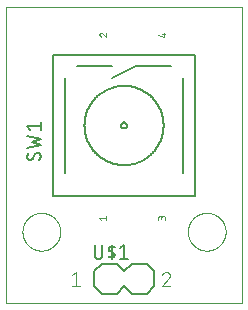
<source format=gto>
G75*
%MOIN*%
%OFA0B0*%
%FSLAX25Y25*%
%IPPOS*%
%LPD*%
%AMOC8*
5,1,8,0,0,1.08239X$1,22.5*
%
%ADD10C,0.00000*%
%ADD11C,0.00600*%
%ADD12C,0.00200*%
%ADD13C,0.00500*%
%ADD14C,0.00400*%
D10*
X0001000Y0001000D02*
X0001000Y0099425D01*
X0079740Y0099425D01*
X0079740Y0001000D01*
X0001000Y0001000D01*
X0006512Y0024622D02*
X0006514Y0024780D01*
X0006520Y0024938D01*
X0006530Y0025096D01*
X0006544Y0025254D01*
X0006562Y0025411D01*
X0006583Y0025568D01*
X0006609Y0025724D01*
X0006639Y0025880D01*
X0006672Y0026035D01*
X0006710Y0026188D01*
X0006751Y0026341D01*
X0006796Y0026493D01*
X0006845Y0026644D01*
X0006898Y0026793D01*
X0006954Y0026941D01*
X0007014Y0027087D01*
X0007078Y0027232D01*
X0007146Y0027375D01*
X0007217Y0027517D01*
X0007291Y0027657D01*
X0007369Y0027794D01*
X0007451Y0027930D01*
X0007535Y0028064D01*
X0007624Y0028195D01*
X0007715Y0028324D01*
X0007810Y0028451D01*
X0007907Y0028576D01*
X0008008Y0028698D01*
X0008112Y0028817D01*
X0008219Y0028934D01*
X0008329Y0029048D01*
X0008442Y0029159D01*
X0008557Y0029268D01*
X0008675Y0029373D01*
X0008796Y0029475D01*
X0008919Y0029575D01*
X0009045Y0029671D01*
X0009173Y0029764D01*
X0009303Y0029854D01*
X0009436Y0029940D01*
X0009571Y0030024D01*
X0009707Y0030103D01*
X0009846Y0030180D01*
X0009987Y0030252D01*
X0010129Y0030322D01*
X0010273Y0030387D01*
X0010419Y0030449D01*
X0010566Y0030507D01*
X0010715Y0030562D01*
X0010865Y0030613D01*
X0011016Y0030660D01*
X0011168Y0030703D01*
X0011321Y0030742D01*
X0011476Y0030778D01*
X0011631Y0030809D01*
X0011787Y0030837D01*
X0011943Y0030861D01*
X0012100Y0030881D01*
X0012258Y0030897D01*
X0012415Y0030909D01*
X0012574Y0030917D01*
X0012732Y0030921D01*
X0012890Y0030921D01*
X0013048Y0030917D01*
X0013207Y0030909D01*
X0013364Y0030897D01*
X0013522Y0030881D01*
X0013679Y0030861D01*
X0013835Y0030837D01*
X0013991Y0030809D01*
X0014146Y0030778D01*
X0014301Y0030742D01*
X0014454Y0030703D01*
X0014606Y0030660D01*
X0014757Y0030613D01*
X0014907Y0030562D01*
X0015056Y0030507D01*
X0015203Y0030449D01*
X0015349Y0030387D01*
X0015493Y0030322D01*
X0015635Y0030252D01*
X0015776Y0030180D01*
X0015915Y0030103D01*
X0016051Y0030024D01*
X0016186Y0029940D01*
X0016319Y0029854D01*
X0016449Y0029764D01*
X0016577Y0029671D01*
X0016703Y0029575D01*
X0016826Y0029475D01*
X0016947Y0029373D01*
X0017065Y0029268D01*
X0017180Y0029159D01*
X0017293Y0029048D01*
X0017403Y0028934D01*
X0017510Y0028817D01*
X0017614Y0028698D01*
X0017715Y0028576D01*
X0017812Y0028451D01*
X0017907Y0028324D01*
X0017998Y0028195D01*
X0018087Y0028064D01*
X0018171Y0027930D01*
X0018253Y0027794D01*
X0018331Y0027657D01*
X0018405Y0027517D01*
X0018476Y0027375D01*
X0018544Y0027232D01*
X0018608Y0027087D01*
X0018668Y0026941D01*
X0018724Y0026793D01*
X0018777Y0026644D01*
X0018826Y0026493D01*
X0018871Y0026341D01*
X0018912Y0026188D01*
X0018950Y0026035D01*
X0018983Y0025880D01*
X0019013Y0025724D01*
X0019039Y0025568D01*
X0019060Y0025411D01*
X0019078Y0025254D01*
X0019092Y0025096D01*
X0019102Y0024938D01*
X0019108Y0024780D01*
X0019110Y0024622D01*
X0019108Y0024464D01*
X0019102Y0024306D01*
X0019092Y0024148D01*
X0019078Y0023990D01*
X0019060Y0023833D01*
X0019039Y0023676D01*
X0019013Y0023520D01*
X0018983Y0023364D01*
X0018950Y0023209D01*
X0018912Y0023056D01*
X0018871Y0022903D01*
X0018826Y0022751D01*
X0018777Y0022600D01*
X0018724Y0022451D01*
X0018668Y0022303D01*
X0018608Y0022157D01*
X0018544Y0022012D01*
X0018476Y0021869D01*
X0018405Y0021727D01*
X0018331Y0021587D01*
X0018253Y0021450D01*
X0018171Y0021314D01*
X0018087Y0021180D01*
X0017998Y0021049D01*
X0017907Y0020920D01*
X0017812Y0020793D01*
X0017715Y0020668D01*
X0017614Y0020546D01*
X0017510Y0020427D01*
X0017403Y0020310D01*
X0017293Y0020196D01*
X0017180Y0020085D01*
X0017065Y0019976D01*
X0016947Y0019871D01*
X0016826Y0019769D01*
X0016703Y0019669D01*
X0016577Y0019573D01*
X0016449Y0019480D01*
X0016319Y0019390D01*
X0016186Y0019304D01*
X0016051Y0019220D01*
X0015915Y0019141D01*
X0015776Y0019064D01*
X0015635Y0018992D01*
X0015493Y0018922D01*
X0015349Y0018857D01*
X0015203Y0018795D01*
X0015056Y0018737D01*
X0014907Y0018682D01*
X0014757Y0018631D01*
X0014606Y0018584D01*
X0014454Y0018541D01*
X0014301Y0018502D01*
X0014146Y0018466D01*
X0013991Y0018435D01*
X0013835Y0018407D01*
X0013679Y0018383D01*
X0013522Y0018363D01*
X0013364Y0018347D01*
X0013207Y0018335D01*
X0013048Y0018327D01*
X0012890Y0018323D01*
X0012732Y0018323D01*
X0012574Y0018327D01*
X0012415Y0018335D01*
X0012258Y0018347D01*
X0012100Y0018363D01*
X0011943Y0018383D01*
X0011787Y0018407D01*
X0011631Y0018435D01*
X0011476Y0018466D01*
X0011321Y0018502D01*
X0011168Y0018541D01*
X0011016Y0018584D01*
X0010865Y0018631D01*
X0010715Y0018682D01*
X0010566Y0018737D01*
X0010419Y0018795D01*
X0010273Y0018857D01*
X0010129Y0018922D01*
X0009987Y0018992D01*
X0009846Y0019064D01*
X0009707Y0019141D01*
X0009571Y0019220D01*
X0009436Y0019304D01*
X0009303Y0019390D01*
X0009173Y0019480D01*
X0009045Y0019573D01*
X0008919Y0019669D01*
X0008796Y0019769D01*
X0008675Y0019871D01*
X0008557Y0019976D01*
X0008442Y0020085D01*
X0008329Y0020196D01*
X0008219Y0020310D01*
X0008112Y0020427D01*
X0008008Y0020546D01*
X0007907Y0020668D01*
X0007810Y0020793D01*
X0007715Y0020920D01*
X0007624Y0021049D01*
X0007535Y0021180D01*
X0007451Y0021314D01*
X0007369Y0021450D01*
X0007291Y0021587D01*
X0007217Y0021727D01*
X0007146Y0021869D01*
X0007078Y0022012D01*
X0007014Y0022157D01*
X0006954Y0022303D01*
X0006898Y0022451D01*
X0006845Y0022600D01*
X0006796Y0022751D01*
X0006751Y0022903D01*
X0006710Y0023056D01*
X0006672Y0023209D01*
X0006639Y0023364D01*
X0006609Y0023520D01*
X0006583Y0023676D01*
X0006562Y0023833D01*
X0006544Y0023990D01*
X0006530Y0024148D01*
X0006520Y0024306D01*
X0006514Y0024464D01*
X0006512Y0024622D01*
X0061630Y0024622D02*
X0061632Y0024780D01*
X0061638Y0024938D01*
X0061648Y0025096D01*
X0061662Y0025254D01*
X0061680Y0025411D01*
X0061701Y0025568D01*
X0061727Y0025724D01*
X0061757Y0025880D01*
X0061790Y0026035D01*
X0061828Y0026188D01*
X0061869Y0026341D01*
X0061914Y0026493D01*
X0061963Y0026644D01*
X0062016Y0026793D01*
X0062072Y0026941D01*
X0062132Y0027087D01*
X0062196Y0027232D01*
X0062264Y0027375D01*
X0062335Y0027517D01*
X0062409Y0027657D01*
X0062487Y0027794D01*
X0062569Y0027930D01*
X0062653Y0028064D01*
X0062742Y0028195D01*
X0062833Y0028324D01*
X0062928Y0028451D01*
X0063025Y0028576D01*
X0063126Y0028698D01*
X0063230Y0028817D01*
X0063337Y0028934D01*
X0063447Y0029048D01*
X0063560Y0029159D01*
X0063675Y0029268D01*
X0063793Y0029373D01*
X0063914Y0029475D01*
X0064037Y0029575D01*
X0064163Y0029671D01*
X0064291Y0029764D01*
X0064421Y0029854D01*
X0064554Y0029940D01*
X0064689Y0030024D01*
X0064825Y0030103D01*
X0064964Y0030180D01*
X0065105Y0030252D01*
X0065247Y0030322D01*
X0065391Y0030387D01*
X0065537Y0030449D01*
X0065684Y0030507D01*
X0065833Y0030562D01*
X0065983Y0030613D01*
X0066134Y0030660D01*
X0066286Y0030703D01*
X0066439Y0030742D01*
X0066594Y0030778D01*
X0066749Y0030809D01*
X0066905Y0030837D01*
X0067061Y0030861D01*
X0067218Y0030881D01*
X0067376Y0030897D01*
X0067533Y0030909D01*
X0067692Y0030917D01*
X0067850Y0030921D01*
X0068008Y0030921D01*
X0068166Y0030917D01*
X0068325Y0030909D01*
X0068482Y0030897D01*
X0068640Y0030881D01*
X0068797Y0030861D01*
X0068953Y0030837D01*
X0069109Y0030809D01*
X0069264Y0030778D01*
X0069419Y0030742D01*
X0069572Y0030703D01*
X0069724Y0030660D01*
X0069875Y0030613D01*
X0070025Y0030562D01*
X0070174Y0030507D01*
X0070321Y0030449D01*
X0070467Y0030387D01*
X0070611Y0030322D01*
X0070753Y0030252D01*
X0070894Y0030180D01*
X0071033Y0030103D01*
X0071169Y0030024D01*
X0071304Y0029940D01*
X0071437Y0029854D01*
X0071567Y0029764D01*
X0071695Y0029671D01*
X0071821Y0029575D01*
X0071944Y0029475D01*
X0072065Y0029373D01*
X0072183Y0029268D01*
X0072298Y0029159D01*
X0072411Y0029048D01*
X0072521Y0028934D01*
X0072628Y0028817D01*
X0072732Y0028698D01*
X0072833Y0028576D01*
X0072930Y0028451D01*
X0073025Y0028324D01*
X0073116Y0028195D01*
X0073205Y0028064D01*
X0073289Y0027930D01*
X0073371Y0027794D01*
X0073449Y0027657D01*
X0073523Y0027517D01*
X0073594Y0027375D01*
X0073662Y0027232D01*
X0073726Y0027087D01*
X0073786Y0026941D01*
X0073842Y0026793D01*
X0073895Y0026644D01*
X0073944Y0026493D01*
X0073989Y0026341D01*
X0074030Y0026188D01*
X0074068Y0026035D01*
X0074101Y0025880D01*
X0074131Y0025724D01*
X0074157Y0025568D01*
X0074178Y0025411D01*
X0074196Y0025254D01*
X0074210Y0025096D01*
X0074220Y0024938D01*
X0074226Y0024780D01*
X0074228Y0024622D01*
X0074226Y0024464D01*
X0074220Y0024306D01*
X0074210Y0024148D01*
X0074196Y0023990D01*
X0074178Y0023833D01*
X0074157Y0023676D01*
X0074131Y0023520D01*
X0074101Y0023364D01*
X0074068Y0023209D01*
X0074030Y0023056D01*
X0073989Y0022903D01*
X0073944Y0022751D01*
X0073895Y0022600D01*
X0073842Y0022451D01*
X0073786Y0022303D01*
X0073726Y0022157D01*
X0073662Y0022012D01*
X0073594Y0021869D01*
X0073523Y0021727D01*
X0073449Y0021587D01*
X0073371Y0021450D01*
X0073289Y0021314D01*
X0073205Y0021180D01*
X0073116Y0021049D01*
X0073025Y0020920D01*
X0072930Y0020793D01*
X0072833Y0020668D01*
X0072732Y0020546D01*
X0072628Y0020427D01*
X0072521Y0020310D01*
X0072411Y0020196D01*
X0072298Y0020085D01*
X0072183Y0019976D01*
X0072065Y0019871D01*
X0071944Y0019769D01*
X0071821Y0019669D01*
X0071695Y0019573D01*
X0071567Y0019480D01*
X0071437Y0019390D01*
X0071304Y0019304D01*
X0071169Y0019220D01*
X0071033Y0019141D01*
X0070894Y0019064D01*
X0070753Y0018992D01*
X0070611Y0018922D01*
X0070467Y0018857D01*
X0070321Y0018795D01*
X0070174Y0018737D01*
X0070025Y0018682D01*
X0069875Y0018631D01*
X0069724Y0018584D01*
X0069572Y0018541D01*
X0069419Y0018502D01*
X0069264Y0018466D01*
X0069109Y0018435D01*
X0068953Y0018407D01*
X0068797Y0018383D01*
X0068640Y0018363D01*
X0068482Y0018347D01*
X0068325Y0018335D01*
X0068166Y0018327D01*
X0068008Y0018323D01*
X0067850Y0018323D01*
X0067692Y0018327D01*
X0067533Y0018335D01*
X0067376Y0018347D01*
X0067218Y0018363D01*
X0067061Y0018383D01*
X0066905Y0018407D01*
X0066749Y0018435D01*
X0066594Y0018466D01*
X0066439Y0018502D01*
X0066286Y0018541D01*
X0066134Y0018584D01*
X0065983Y0018631D01*
X0065833Y0018682D01*
X0065684Y0018737D01*
X0065537Y0018795D01*
X0065391Y0018857D01*
X0065247Y0018922D01*
X0065105Y0018992D01*
X0064964Y0019064D01*
X0064825Y0019141D01*
X0064689Y0019220D01*
X0064554Y0019304D01*
X0064421Y0019390D01*
X0064291Y0019480D01*
X0064163Y0019573D01*
X0064037Y0019669D01*
X0063914Y0019769D01*
X0063793Y0019871D01*
X0063675Y0019976D01*
X0063560Y0020085D01*
X0063447Y0020196D01*
X0063337Y0020310D01*
X0063230Y0020427D01*
X0063126Y0020546D01*
X0063025Y0020668D01*
X0062928Y0020793D01*
X0062833Y0020920D01*
X0062742Y0021049D01*
X0062653Y0021180D01*
X0062569Y0021314D01*
X0062487Y0021450D01*
X0062409Y0021587D01*
X0062335Y0021727D01*
X0062264Y0021869D01*
X0062196Y0022012D01*
X0062132Y0022157D01*
X0062072Y0022303D01*
X0062016Y0022451D01*
X0061963Y0022600D01*
X0061914Y0022751D01*
X0061869Y0022903D01*
X0061828Y0023056D01*
X0061790Y0023209D01*
X0061757Y0023364D01*
X0061727Y0023520D01*
X0061701Y0023676D01*
X0061680Y0023833D01*
X0061662Y0023990D01*
X0061648Y0024148D01*
X0061638Y0024306D01*
X0061632Y0024464D01*
X0061630Y0024622D01*
D11*
X0050370Y0011374D02*
X0050370Y0006374D01*
X0047870Y0003874D01*
X0042870Y0003874D01*
X0040370Y0006374D01*
X0037870Y0003874D01*
X0032870Y0003874D01*
X0030370Y0006374D01*
X0030370Y0011374D01*
X0032870Y0013874D01*
X0037870Y0013874D01*
X0040370Y0011374D01*
X0042870Y0013874D01*
X0047870Y0013874D01*
X0050370Y0011374D01*
X0039370Y0060055D02*
X0039372Y0060118D01*
X0039378Y0060180D01*
X0039388Y0060242D01*
X0039401Y0060304D01*
X0039419Y0060364D01*
X0039440Y0060423D01*
X0039465Y0060481D01*
X0039494Y0060537D01*
X0039526Y0060591D01*
X0039561Y0060643D01*
X0039599Y0060692D01*
X0039641Y0060740D01*
X0039685Y0060784D01*
X0039733Y0060826D01*
X0039782Y0060864D01*
X0039834Y0060899D01*
X0039888Y0060931D01*
X0039944Y0060960D01*
X0040002Y0060985D01*
X0040061Y0061006D01*
X0040121Y0061024D01*
X0040183Y0061037D01*
X0040245Y0061047D01*
X0040307Y0061053D01*
X0040370Y0061055D01*
X0040433Y0061053D01*
X0040495Y0061047D01*
X0040557Y0061037D01*
X0040619Y0061024D01*
X0040679Y0061006D01*
X0040738Y0060985D01*
X0040796Y0060960D01*
X0040852Y0060931D01*
X0040906Y0060899D01*
X0040958Y0060864D01*
X0041007Y0060826D01*
X0041055Y0060784D01*
X0041099Y0060740D01*
X0041141Y0060692D01*
X0041179Y0060643D01*
X0041214Y0060591D01*
X0041246Y0060537D01*
X0041275Y0060481D01*
X0041300Y0060423D01*
X0041321Y0060364D01*
X0041339Y0060304D01*
X0041352Y0060242D01*
X0041362Y0060180D01*
X0041368Y0060118D01*
X0041370Y0060055D01*
X0041368Y0059992D01*
X0041362Y0059930D01*
X0041352Y0059868D01*
X0041339Y0059806D01*
X0041321Y0059746D01*
X0041300Y0059687D01*
X0041275Y0059629D01*
X0041246Y0059573D01*
X0041214Y0059519D01*
X0041179Y0059467D01*
X0041141Y0059418D01*
X0041099Y0059370D01*
X0041055Y0059326D01*
X0041007Y0059284D01*
X0040958Y0059246D01*
X0040906Y0059211D01*
X0040852Y0059179D01*
X0040796Y0059150D01*
X0040738Y0059125D01*
X0040679Y0059104D01*
X0040619Y0059086D01*
X0040557Y0059073D01*
X0040495Y0059063D01*
X0040433Y0059057D01*
X0040370Y0059055D01*
X0040307Y0059057D01*
X0040245Y0059063D01*
X0040183Y0059073D01*
X0040121Y0059086D01*
X0040061Y0059104D01*
X0040002Y0059125D01*
X0039944Y0059150D01*
X0039888Y0059179D01*
X0039834Y0059211D01*
X0039782Y0059246D01*
X0039733Y0059284D01*
X0039685Y0059326D01*
X0039641Y0059370D01*
X0039599Y0059418D01*
X0039561Y0059467D01*
X0039526Y0059519D01*
X0039494Y0059573D01*
X0039465Y0059629D01*
X0039440Y0059687D01*
X0039419Y0059746D01*
X0039401Y0059806D01*
X0039388Y0059868D01*
X0039378Y0059930D01*
X0039372Y0059992D01*
X0039370Y0060055D01*
X0027181Y0060055D02*
X0027185Y0060379D01*
X0027197Y0060702D01*
X0027217Y0061025D01*
X0027245Y0061348D01*
X0027280Y0061669D01*
X0027324Y0061990D01*
X0027375Y0062310D01*
X0027434Y0062628D01*
X0027501Y0062945D01*
X0027576Y0063260D01*
X0027659Y0063573D01*
X0027749Y0063884D01*
X0027847Y0064192D01*
X0027952Y0064498D01*
X0028065Y0064802D01*
X0028185Y0065102D01*
X0028312Y0065400D01*
X0028447Y0065694D01*
X0028589Y0065985D01*
X0028738Y0066272D01*
X0028894Y0066556D01*
X0029057Y0066836D01*
X0029227Y0067111D01*
X0029404Y0067382D01*
X0029587Y0067649D01*
X0029776Y0067912D01*
X0029972Y0068169D01*
X0030175Y0068422D01*
X0030383Y0068670D01*
X0030598Y0068912D01*
X0030818Y0069149D01*
X0031044Y0069381D01*
X0031276Y0069607D01*
X0031513Y0069827D01*
X0031755Y0070042D01*
X0032003Y0070250D01*
X0032256Y0070453D01*
X0032513Y0070649D01*
X0032776Y0070838D01*
X0033043Y0071021D01*
X0033314Y0071198D01*
X0033589Y0071368D01*
X0033869Y0071531D01*
X0034153Y0071687D01*
X0034440Y0071836D01*
X0034731Y0071978D01*
X0035025Y0072113D01*
X0035323Y0072240D01*
X0035623Y0072360D01*
X0035927Y0072473D01*
X0036233Y0072578D01*
X0036541Y0072676D01*
X0036852Y0072766D01*
X0037165Y0072849D01*
X0037480Y0072924D01*
X0037797Y0072991D01*
X0038115Y0073050D01*
X0038435Y0073101D01*
X0038756Y0073145D01*
X0039077Y0073180D01*
X0039400Y0073208D01*
X0039723Y0073228D01*
X0040046Y0073240D01*
X0040370Y0073244D01*
X0040694Y0073240D01*
X0041017Y0073228D01*
X0041340Y0073208D01*
X0041663Y0073180D01*
X0041984Y0073145D01*
X0042305Y0073101D01*
X0042625Y0073050D01*
X0042943Y0072991D01*
X0043260Y0072924D01*
X0043575Y0072849D01*
X0043888Y0072766D01*
X0044199Y0072676D01*
X0044507Y0072578D01*
X0044813Y0072473D01*
X0045117Y0072360D01*
X0045417Y0072240D01*
X0045715Y0072113D01*
X0046009Y0071978D01*
X0046300Y0071836D01*
X0046587Y0071687D01*
X0046871Y0071531D01*
X0047151Y0071368D01*
X0047426Y0071198D01*
X0047697Y0071021D01*
X0047964Y0070838D01*
X0048227Y0070649D01*
X0048484Y0070453D01*
X0048737Y0070250D01*
X0048985Y0070042D01*
X0049227Y0069827D01*
X0049464Y0069607D01*
X0049696Y0069381D01*
X0049922Y0069149D01*
X0050142Y0068912D01*
X0050357Y0068670D01*
X0050565Y0068422D01*
X0050768Y0068169D01*
X0050964Y0067912D01*
X0051153Y0067649D01*
X0051336Y0067382D01*
X0051513Y0067111D01*
X0051683Y0066836D01*
X0051846Y0066556D01*
X0052002Y0066272D01*
X0052151Y0065985D01*
X0052293Y0065694D01*
X0052428Y0065400D01*
X0052555Y0065102D01*
X0052675Y0064802D01*
X0052788Y0064498D01*
X0052893Y0064192D01*
X0052991Y0063884D01*
X0053081Y0063573D01*
X0053164Y0063260D01*
X0053239Y0062945D01*
X0053306Y0062628D01*
X0053365Y0062310D01*
X0053416Y0061990D01*
X0053460Y0061669D01*
X0053495Y0061348D01*
X0053523Y0061025D01*
X0053543Y0060702D01*
X0053555Y0060379D01*
X0053559Y0060055D01*
X0053555Y0059731D01*
X0053543Y0059408D01*
X0053523Y0059085D01*
X0053495Y0058762D01*
X0053460Y0058441D01*
X0053416Y0058120D01*
X0053365Y0057800D01*
X0053306Y0057482D01*
X0053239Y0057165D01*
X0053164Y0056850D01*
X0053081Y0056537D01*
X0052991Y0056226D01*
X0052893Y0055918D01*
X0052788Y0055612D01*
X0052675Y0055308D01*
X0052555Y0055008D01*
X0052428Y0054710D01*
X0052293Y0054416D01*
X0052151Y0054125D01*
X0052002Y0053838D01*
X0051846Y0053554D01*
X0051683Y0053274D01*
X0051513Y0052999D01*
X0051336Y0052728D01*
X0051153Y0052461D01*
X0050964Y0052198D01*
X0050768Y0051941D01*
X0050565Y0051688D01*
X0050357Y0051440D01*
X0050142Y0051198D01*
X0049922Y0050961D01*
X0049696Y0050729D01*
X0049464Y0050503D01*
X0049227Y0050283D01*
X0048985Y0050068D01*
X0048737Y0049860D01*
X0048484Y0049657D01*
X0048227Y0049461D01*
X0047964Y0049272D01*
X0047697Y0049089D01*
X0047426Y0048912D01*
X0047151Y0048742D01*
X0046871Y0048579D01*
X0046587Y0048423D01*
X0046300Y0048274D01*
X0046009Y0048132D01*
X0045715Y0047997D01*
X0045417Y0047870D01*
X0045117Y0047750D01*
X0044813Y0047637D01*
X0044507Y0047532D01*
X0044199Y0047434D01*
X0043888Y0047344D01*
X0043575Y0047261D01*
X0043260Y0047186D01*
X0042943Y0047119D01*
X0042625Y0047060D01*
X0042305Y0047009D01*
X0041984Y0046965D01*
X0041663Y0046930D01*
X0041340Y0046902D01*
X0041017Y0046882D01*
X0040694Y0046870D01*
X0040370Y0046866D01*
X0040046Y0046870D01*
X0039723Y0046882D01*
X0039400Y0046902D01*
X0039077Y0046930D01*
X0038756Y0046965D01*
X0038435Y0047009D01*
X0038115Y0047060D01*
X0037797Y0047119D01*
X0037480Y0047186D01*
X0037165Y0047261D01*
X0036852Y0047344D01*
X0036541Y0047434D01*
X0036233Y0047532D01*
X0035927Y0047637D01*
X0035623Y0047750D01*
X0035323Y0047870D01*
X0035025Y0047997D01*
X0034731Y0048132D01*
X0034440Y0048274D01*
X0034153Y0048423D01*
X0033869Y0048579D01*
X0033589Y0048742D01*
X0033314Y0048912D01*
X0033043Y0049089D01*
X0032776Y0049272D01*
X0032513Y0049461D01*
X0032256Y0049657D01*
X0032003Y0049860D01*
X0031755Y0050068D01*
X0031513Y0050283D01*
X0031276Y0050503D01*
X0031044Y0050729D01*
X0030818Y0050961D01*
X0030598Y0051198D01*
X0030383Y0051440D01*
X0030175Y0051688D01*
X0029972Y0051941D01*
X0029776Y0052198D01*
X0029587Y0052461D01*
X0029404Y0052728D01*
X0029227Y0052999D01*
X0029057Y0053274D01*
X0028894Y0053554D01*
X0028738Y0053838D01*
X0028589Y0054125D01*
X0028447Y0054416D01*
X0028312Y0054710D01*
X0028185Y0055008D01*
X0028065Y0055308D01*
X0027952Y0055612D01*
X0027847Y0055918D01*
X0027749Y0056226D01*
X0027659Y0056537D01*
X0027576Y0056850D01*
X0027501Y0057165D01*
X0027434Y0057482D01*
X0027375Y0057800D01*
X0027324Y0058120D01*
X0027280Y0058441D01*
X0027245Y0058762D01*
X0027217Y0059085D01*
X0027197Y0059408D01*
X0027185Y0059731D01*
X0027181Y0060055D01*
D12*
X0034365Y0089683D02*
X0034365Y0090905D01*
X0034365Y0089683D02*
X0033142Y0090722D01*
X0032164Y0090355D02*
X0032166Y0090303D01*
X0032172Y0090251D01*
X0032181Y0090199D01*
X0032195Y0090149D01*
X0032212Y0090099D01*
X0032233Y0090051D01*
X0032257Y0090005D01*
X0032284Y0089961D01*
X0032315Y0089918D01*
X0032349Y0089878D01*
X0032385Y0089841D01*
X0032425Y0089807D01*
X0032467Y0089775D01*
X0032510Y0089747D01*
X0032556Y0089722D01*
X0032604Y0089700D01*
X0032653Y0089682D01*
X0033143Y0090722D02*
X0033109Y0090755D01*
X0033072Y0090785D01*
X0033032Y0090813D01*
X0032991Y0090837D01*
X0032948Y0090857D01*
X0032903Y0090874D01*
X0032857Y0090888D01*
X0032810Y0090897D01*
X0032763Y0090903D01*
X0032715Y0090905D01*
X0032670Y0090903D01*
X0032624Y0090897D01*
X0032580Y0090888D01*
X0032536Y0090875D01*
X0032494Y0090859D01*
X0032453Y0090839D01*
X0032414Y0090815D01*
X0032377Y0090789D01*
X0032342Y0090760D01*
X0032310Y0090728D01*
X0032281Y0090693D01*
X0032255Y0090656D01*
X0032231Y0090617D01*
X0032211Y0090576D01*
X0032195Y0090534D01*
X0032182Y0090490D01*
X0032173Y0090446D01*
X0032167Y0090400D01*
X0032165Y0090355D01*
X0051850Y0090172D02*
X0053561Y0089683D01*
X0053561Y0090905D01*
X0053072Y0090538D02*
X0054050Y0090538D01*
X0052827Y0029392D02*
X0052827Y0028903D01*
X0052827Y0029392D02*
X0052825Y0029435D01*
X0052820Y0029477D01*
X0052810Y0029519D01*
X0052798Y0029559D01*
X0052781Y0029599D01*
X0052761Y0029637D01*
X0052739Y0029672D01*
X0052713Y0029706D01*
X0052684Y0029738D01*
X0052652Y0029767D01*
X0052618Y0029793D01*
X0052583Y0029815D01*
X0052545Y0029835D01*
X0052505Y0029852D01*
X0052465Y0029864D01*
X0052423Y0029874D01*
X0052381Y0029879D01*
X0052338Y0029881D01*
X0052295Y0029879D01*
X0052253Y0029874D01*
X0052211Y0029864D01*
X0052171Y0029852D01*
X0052131Y0029835D01*
X0052094Y0029815D01*
X0052058Y0029793D01*
X0052024Y0029767D01*
X0051992Y0029738D01*
X0051963Y0029706D01*
X0051937Y0029672D01*
X0051915Y0029637D01*
X0051895Y0029599D01*
X0051878Y0029559D01*
X0051866Y0029519D01*
X0051856Y0029477D01*
X0051851Y0029435D01*
X0051849Y0029392D01*
X0051850Y0029392D02*
X0051850Y0028659D01*
X0052827Y0029270D02*
X0052829Y0029318D01*
X0052835Y0029366D01*
X0052844Y0029413D01*
X0052857Y0029459D01*
X0052874Y0029504D01*
X0052894Y0029547D01*
X0052917Y0029589D01*
X0052944Y0029629D01*
X0052973Y0029667D01*
X0053006Y0029702D01*
X0053041Y0029735D01*
X0053079Y0029764D01*
X0053119Y0029791D01*
X0053161Y0029814D01*
X0053204Y0029834D01*
X0053249Y0029851D01*
X0053295Y0029864D01*
X0053342Y0029873D01*
X0053390Y0029879D01*
X0053438Y0029881D01*
X0053486Y0029879D01*
X0053534Y0029873D01*
X0053581Y0029864D01*
X0053627Y0029851D01*
X0053672Y0029834D01*
X0053715Y0029814D01*
X0053757Y0029791D01*
X0053797Y0029764D01*
X0053835Y0029735D01*
X0053870Y0029702D01*
X0053903Y0029667D01*
X0053932Y0029629D01*
X0053959Y0029589D01*
X0053982Y0029547D01*
X0054002Y0029504D01*
X0054019Y0029459D01*
X0054032Y0029413D01*
X0054041Y0029366D01*
X0054047Y0029318D01*
X0054049Y0029270D01*
X0054050Y0029270D02*
X0054050Y0028659D01*
X0034365Y0028659D02*
X0034365Y0029881D01*
X0034365Y0029270D02*
X0032165Y0029270D01*
X0032653Y0028659D01*
D13*
X0033120Y0020124D02*
X0033120Y0016874D01*
X0033118Y0016805D01*
X0033112Y0016736D01*
X0033103Y0016668D01*
X0033090Y0016601D01*
X0033073Y0016534D01*
X0033052Y0016468D01*
X0033028Y0016404D01*
X0033000Y0016341D01*
X0032969Y0016279D01*
X0032935Y0016219D01*
X0032897Y0016162D01*
X0032856Y0016106D01*
X0032813Y0016053D01*
X0032766Y0016002D01*
X0032717Y0015954D01*
X0032665Y0015909D01*
X0032610Y0015867D01*
X0032554Y0015828D01*
X0032495Y0015791D01*
X0032434Y0015759D01*
X0032372Y0015729D01*
X0032308Y0015703D01*
X0032243Y0015681D01*
X0032177Y0015662D01*
X0032110Y0015647D01*
X0032042Y0015636D01*
X0031973Y0015628D01*
X0031904Y0015624D01*
X0031836Y0015624D01*
X0031767Y0015628D01*
X0031698Y0015636D01*
X0031630Y0015647D01*
X0031563Y0015662D01*
X0031497Y0015681D01*
X0031432Y0015703D01*
X0031368Y0015729D01*
X0031306Y0015759D01*
X0031245Y0015791D01*
X0031186Y0015828D01*
X0031130Y0015867D01*
X0031075Y0015909D01*
X0031023Y0015954D01*
X0030974Y0016002D01*
X0030927Y0016053D01*
X0030884Y0016106D01*
X0030843Y0016162D01*
X0030805Y0016219D01*
X0030771Y0016279D01*
X0030740Y0016341D01*
X0030712Y0016404D01*
X0030688Y0016468D01*
X0030667Y0016534D01*
X0030650Y0016601D01*
X0030637Y0016668D01*
X0030628Y0016736D01*
X0030622Y0016805D01*
X0030620Y0016874D01*
X0030620Y0020124D01*
X0035595Y0018249D02*
X0036220Y0017874D01*
X0036845Y0017499D01*
X0037220Y0019375D02*
X0037147Y0019416D01*
X0037073Y0019455D01*
X0036996Y0019490D01*
X0036919Y0019522D01*
X0036840Y0019551D01*
X0036760Y0019577D01*
X0036679Y0019599D01*
X0036597Y0019617D01*
X0036514Y0019632D01*
X0036431Y0019644D01*
X0036347Y0019652D01*
X0036263Y0019656D01*
X0036179Y0019657D01*
X0036095Y0019654D01*
X0036011Y0019648D01*
X0035928Y0019638D01*
X0035845Y0019625D01*
X0036220Y0020124D02*
X0036220Y0015624D01*
X0036595Y0016124D02*
X0036647Y0016136D01*
X0036698Y0016151D01*
X0036748Y0016169D01*
X0036796Y0016191D01*
X0036843Y0016217D01*
X0036888Y0016246D01*
X0036930Y0016278D01*
X0036970Y0016313D01*
X0037008Y0016350D01*
X0037043Y0016390D01*
X0037075Y0016433D01*
X0037103Y0016478D01*
X0037129Y0016524D01*
X0037151Y0016573D01*
X0037170Y0016622D01*
X0037185Y0016673D01*
X0037196Y0016725D01*
X0037204Y0016778D01*
X0037207Y0016831D01*
X0037208Y0016884D01*
X0037204Y0016937D01*
X0037196Y0016990D01*
X0037185Y0017042D01*
X0037170Y0017093D01*
X0037152Y0017143D01*
X0037130Y0017191D01*
X0037105Y0017238D01*
X0037076Y0017283D01*
X0037044Y0017325D01*
X0037010Y0017366D01*
X0036972Y0017404D01*
X0036932Y0017439D01*
X0036890Y0017471D01*
X0036845Y0017500D01*
X0036595Y0016123D02*
X0036512Y0016110D01*
X0036429Y0016100D01*
X0036345Y0016094D01*
X0036261Y0016091D01*
X0036177Y0016092D01*
X0036093Y0016096D01*
X0036009Y0016104D01*
X0035926Y0016116D01*
X0035843Y0016131D01*
X0035761Y0016149D01*
X0035680Y0016171D01*
X0035600Y0016197D01*
X0035521Y0016226D01*
X0035444Y0016258D01*
X0035367Y0016293D01*
X0035293Y0016332D01*
X0035220Y0016373D01*
X0035595Y0018248D02*
X0035550Y0018277D01*
X0035508Y0018309D01*
X0035468Y0018344D01*
X0035430Y0018382D01*
X0035396Y0018423D01*
X0035364Y0018465D01*
X0035335Y0018510D01*
X0035310Y0018557D01*
X0035288Y0018605D01*
X0035270Y0018655D01*
X0035255Y0018706D01*
X0035244Y0018758D01*
X0035236Y0018811D01*
X0035232Y0018864D01*
X0035233Y0018917D01*
X0035236Y0018970D01*
X0035244Y0019023D01*
X0035255Y0019075D01*
X0035270Y0019126D01*
X0035289Y0019175D01*
X0035311Y0019224D01*
X0035337Y0019270D01*
X0035365Y0019315D01*
X0035397Y0019358D01*
X0035432Y0019398D01*
X0035470Y0019435D01*
X0035510Y0019470D01*
X0035552Y0019502D01*
X0035597Y0019531D01*
X0035644Y0019557D01*
X0035692Y0019579D01*
X0035742Y0019597D01*
X0035793Y0019612D01*
X0035845Y0019624D01*
X0039170Y0019124D02*
X0040420Y0020124D01*
X0040420Y0015624D01*
X0039170Y0015624D02*
X0041670Y0015624D01*
X0063992Y0036433D02*
X0063992Y0083677D01*
X0016748Y0083677D01*
X0016748Y0036433D01*
X0063992Y0036433D01*
X0060055Y0044307D02*
X0060055Y0075803D01*
X0056118Y0079740D02*
X0044307Y0079740D01*
X0036433Y0075803D01*
X0036433Y0079740D02*
X0024622Y0079740D01*
X0020685Y0075803D02*
X0020685Y0044307D01*
X0012561Y0053694D02*
X0009561Y0054694D01*
X0012561Y0055694D01*
X0008061Y0056694D01*
X0009061Y0058544D02*
X0008061Y0059794D01*
X0012561Y0059794D01*
X0012561Y0058544D02*
X0012561Y0061044D01*
X0012561Y0053694D02*
X0008061Y0052694D01*
X0009936Y0049119D02*
X0009903Y0049067D01*
X0009867Y0049016D01*
X0009828Y0048968D01*
X0009786Y0048923D01*
X0009741Y0048880D01*
X0009693Y0048840D01*
X0009644Y0048803D01*
X0009592Y0048769D01*
X0009538Y0048738D01*
X0009482Y0048710D01*
X0009425Y0048686D01*
X0009366Y0048666D01*
X0009307Y0048649D01*
X0009246Y0048636D01*
X0009185Y0048627D01*
X0009123Y0048621D01*
X0009061Y0048619D01*
X0009001Y0048621D01*
X0008940Y0048626D01*
X0008881Y0048635D01*
X0008822Y0048648D01*
X0008763Y0048664D01*
X0008706Y0048684D01*
X0008651Y0048707D01*
X0008596Y0048734D01*
X0008544Y0048763D01*
X0008493Y0048796D01*
X0008444Y0048832D01*
X0008398Y0048870D01*
X0008354Y0048912D01*
X0008312Y0048956D01*
X0008274Y0049002D01*
X0008238Y0049051D01*
X0008205Y0049102D01*
X0008176Y0049154D01*
X0008149Y0049209D01*
X0008126Y0049264D01*
X0008106Y0049321D01*
X0008090Y0049380D01*
X0008077Y0049439D01*
X0008068Y0049498D01*
X0008063Y0049559D01*
X0008061Y0049619D01*
X0008063Y0049699D01*
X0008068Y0049780D01*
X0008077Y0049860D01*
X0008089Y0049939D01*
X0008104Y0050018D01*
X0008123Y0050096D01*
X0008145Y0050174D01*
X0008170Y0050250D01*
X0008199Y0050325D01*
X0008231Y0050399D01*
X0008266Y0050471D01*
X0008304Y0050542D01*
X0008345Y0050611D01*
X0008389Y0050679D01*
X0008436Y0050744D01*
X0011937Y0048494D02*
X0011998Y0048557D01*
X0012056Y0048622D01*
X0012112Y0048690D01*
X0012165Y0048761D01*
X0012214Y0048833D01*
X0012261Y0048907D01*
X0012305Y0048983D01*
X0012345Y0049061D01*
X0012382Y0049141D01*
X0012416Y0049222D01*
X0012446Y0049304D01*
X0012473Y0049388D01*
X0012497Y0049473D01*
X0012517Y0049558D01*
X0012533Y0049644D01*
X0012546Y0049731D01*
X0012555Y0049819D01*
X0012560Y0049906D01*
X0012562Y0049994D01*
X0012561Y0049994D02*
X0012559Y0050054D01*
X0012554Y0050115D01*
X0012545Y0050174D01*
X0012532Y0050233D01*
X0012516Y0050292D01*
X0012496Y0050349D01*
X0012473Y0050404D01*
X0012446Y0050459D01*
X0012417Y0050511D01*
X0012384Y0050562D01*
X0012348Y0050611D01*
X0012310Y0050657D01*
X0012268Y0050701D01*
X0012224Y0050743D01*
X0012178Y0050781D01*
X0012129Y0050817D01*
X0012078Y0050850D01*
X0012026Y0050879D01*
X0011971Y0050906D01*
X0011916Y0050929D01*
X0011859Y0050949D01*
X0011800Y0050965D01*
X0011741Y0050978D01*
X0011682Y0050987D01*
X0011621Y0050992D01*
X0011561Y0050994D01*
X0010686Y0050494D02*
X0009936Y0049119D01*
X0010686Y0050494D02*
X0010719Y0050546D01*
X0010755Y0050597D01*
X0010794Y0050645D01*
X0010836Y0050690D01*
X0010881Y0050733D01*
X0010929Y0050773D01*
X0010978Y0050810D01*
X0011030Y0050844D01*
X0011084Y0050875D01*
X0011140Y0050903D01*
X0011197Y0050927D01*
X0011256Y0050947D01*
X0011315Y0050964D01*
X0011376Y0050977D01*
X0011437Y0050986D01*
X0011499Y0050992D01*
X0011561Y0050994D01*
D14*
X0024348Y0011174D02*
X0024348Y0006574D01*
X0023070Y0006574D02*
X0025626Y0006574D01*
X0023070Y0010152D02*
X0024348Y0011174D01*
X0053070Y0006574D02*
X0055626Y0006574D01*
X0053070Y0006574D02*
X0055242Y0009130D01*
X0054476Y0011174D02*
X0054402Y0011172D01*
X0054328Y0011167D01*
X0054254Y0011157D01*
X0054181Y0011144D01*
X0054108Y0011128D01*
X0054037Y0011107D01*
X0053967Y0011083D01*
X0053898Y0011056D01*
X0053830Y0011025D01*
X0053764Y0010991D01*
X0053700Y0010954D01*
X0053638Y0010913D01*
X0053578Y0010869D01*
X0053520Y0010823D01*
X0053464Y0010773D01*
X0053411Y0010721D01*
X0053361Y0010666D01*
X0053314Y0010609D01*
X0053270Y0010549D01*
X0053228Y0010487D01*
X0053190Y0010424D01*
X0053155Y0010358D01*
X0053124Y0010291D01*
X0053096Y0010222D01*
X0053071Y0010152D01*
X0055242Y0009130D02*
X0055289Y0009177D01*
X0055333Y0009227D01*
X0055375Y0009279D01*
X0055414Y0009333D01*
X0055449Y0009389D01*
X0055482Y0009447D01*
X0055512Y0009507D01*
X0055538Y0009568D01*
X0055561Y0009631D01*
X0055580Y0009695D01*
X0055596Y0009759D01*
X0055609Y0009825D01*
X0055618Y0009891D01*
X0055623Y0009957D01*
X0055625Y0010024D01*
X0055626Y0010024D02*
X0055624Y0010091D01*
X0055618Y0010158D01*
X0055609Y0010224D01*
X0055595Y0010289D01*
X0055578Y0010354D01*
X0055557Y0010417D01*
X0055532Y0010479D01*
X0055504Y0010540D01*
X0055472Y0010599D01*
X0055437Y0010656D01*
X0055398Y0010711D01*
X0055357Y0010763D01*
X0055312Y0010813D01*
X0055265Y0010860D01*
X0055215Y0010905D01*
X0055163Y0010946D01*
X0055108Y0010985D01*
X0055051Y0011020D01*
X0054992Y0011052D01*
X0054931Y0011080D01*
X0054869Y0011105D01*
X0054806Y0011126D01*
X0054741Y0011143D01*
X0054676Y0011157D01*
X0054610Y0011166D01*
X0054543Y0011172D01*
X0054476Y0011174D01*
M02*

</source>
